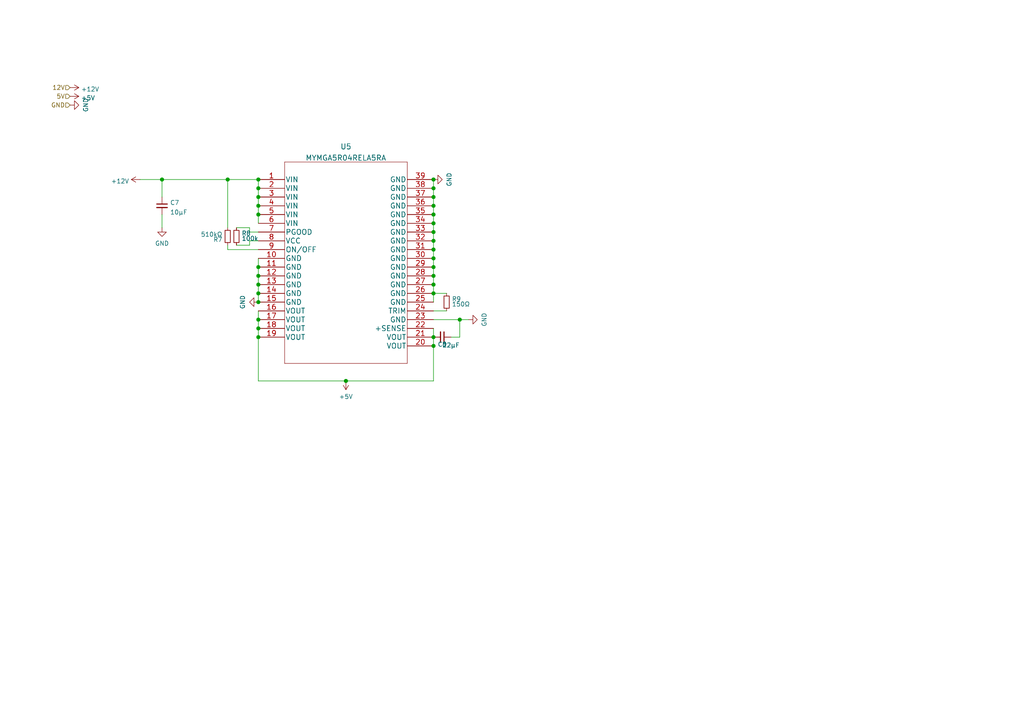
<source format=kicad_sch>
(kicad_sch (version 20211123) (generator eeschema)
  (paper "A4")
  (lib_symbols
    (symbol "Device:C_Small" (pin_numbers hide) (pin_names (offset 0.254) hide)
      (property "Reference" "C" (at 0.254 1.778 0))
      (property "Value" "C_Small" (at 0.254 -2.032 0))
      (symbol "C_Small_0_1"
        (polyline (pts (xy -1.524 -0.508) (xy 1.524 -0.508)) (stroke (width 0.3302)))
        (polyline (pts (xy -1.524 0.508) (xy 1.524 0.508)) (stroke (width 0.3048)))
      )
      (symbol "C_Small_1_1"
        (pin passive line (at 0 2.54 270) (length 2.032) (name "~") (number "1"))
        (pin passive line (at 0 -2.54 90) (length 2.032) (name "~") (number "2"))
      )
    )
    (symbol "Device:R_Small" (pin_numbers hide) (pin_names (offset 0.254) hide)
      (property "Reference" "R" (at 0.762 0.508 0))
      (property "Value" "R_Small" (at 0.762 -1.016 0))
      (symbol "R_Small_0_1"
        (rectangle (start -0.762 1.778) (end 0.762 -1.778) (stroke (width 0.2032)))
      )
      (symbol "R_Small_1_1"
        (pin passive line (at 0 2.54 270) (length 0.762) (name "~") (number "1"))
        (pin passive line (at 0 -2.54 90) (length 0.762) (name "~") (number "2"))
      )
    )
    (symbol "MYMGA5R04RELA5RA:MYMGA5R04RELA5RA" (pin_names (offset 0.254))
      (property "Reference" "U" (at 25.4 10.16 0))
      (property "Value" "MYMGA5R04RELA5RA" (at 25.4 7.62 0))
      (symbol "MYMGA5R04RELA5RA_1_1"
        (polyline (pts (xy 7.62 -53.34) (xy 43.18 -53.34)) (stroke (width 0.127)))
        (polyline (pts (xy 7.62 5.08) (xy 7.62 -53.34)) (stroke (width 0.127)))
        (polyline (pts (xy 43.18 -53.34) (xy 43.18 5.08)) (stroke (width 0.127)))
        (polyline (pts (xy 43.18 5.08) (xy 7.62 5.08)) (stroke (width 0.127)))
        (pin power_in line (at 0 0 0) (length 7.62) (name "VIN") (number "1"))
        (pin power_in line (at 0 -22.86 0) (length 7.62) (name "GND") (number "10"))
        (pin power_in line (at 0 -25.4 0) (length 7.62) (name "GND") (number "11"))
        (pin power_in line (at 0 -27.94 0) (length 7.62) (name "GND") (number "12"))
        (pin power_in line (at 0 -30.48 0) (length 7.62) (name "GND") (number "13"))
        (pin power_in line (at 0 -33.02 0) (length 7.62) (name "GND") (number "14"))
        (pin power_in line (at 0 -35.56 0) (length 7.62) (name "GND") (number "15"))
        (pin output line (at 0 -38.1 0) (length 7.62) (name "VOUT") (number "16"))
        (pin output line (at 0 -40.64 0) (length 7.62) (name "VOUT") (number "17"))
        (pin output line (at 0 -43.18 0) (length 7.62) (name "VOUT") (number "18"))
        (pin output line (at 0 -45.72 0) (length 7.62) (name "VOUT") (number "19"))
        (pin power_in line (at 0 -2.54 0) (length 7.62) (name "VIN") (number "2"))
        (pin output line (at 50.8 -48.26 180) (length 7.62) (name "VOUT") (number "20"))
        (pin output line (at 50.8 -45.72 180) (length 7.62) (name "VOUT") (number "21"))
        (pin unspecified line (at 50.8 -43.18 180) (length 7.62) (name "+SENSE") (number "22"))
        (pin power_in line (at 50.8 -40.64 180) (length 7.62) (name "GND") (number "23"))
        (pin unspecified line (at 50.8 -38.1 180) (length 7.62) (name "TRIM") (number "24"))
        (pin power_in line (at 50.8 -35.56 180) (length 7.62) (name "GND") (number "25"))
        (pin power_in line (at 50.8 -33.02 180) (length 7.62) (name "GND") (number "26"))
        (pin power_in line (at 50.8 -30.48 180) (length 7.62) (name "GND") (number "27"))
        (pin power_in line (at 50.8 -27.94 180) (length 7.62) (name "GND") (number "28"))
        (pin power_in line (at 50.8 -25.4 180) (length 7.62) (name "GND") (number "29"))
        (pin power_in line (at 0 -5.08 0) (length 7.62) (name "VIN") (number "3"))
        (pin power_in line (at 50.8 -22.86 180) (length 7.62) (name "GND") (number "30"))
        (pin power_in line (at 50.8 -20.32 180) (length 7.62) (name "GND") (number "31"))
        (pin power_in line (at 50.8 -17.78 180) (length 7.62) (name "GND") (number "32"))
        (pin power_in line (at 50.8 -15.24 180) (length 7.62) (name "GND") (number "33"))
        (pin power_in line (at 50.8 -12.7 180) (length 7.62) (name "GND") (number "34"))
        (pin power_in line (at 50.8 -10.16 180) (length 7.62) (name "GND") (number "35"))
        (pin power_in line (at 50.8 -7.62 180) (length 7.62) (name "GND") (number "36"))
        (pin power_in line (at 50.8 -5.08 180) (length 7.62) (name "GND") (number "37"))
        (pin power_in line (at 50.8 -2.54 180) (length 7.62) (name "GND") (number "38"))
        (pin power_in line (at 50.8 0 180) (length 7.62) (name "GND") (number "39"))
        (pin power_in line (at 0 -7.62 0) (length 7.62) (name "VIN") (number "4"))
        (pin power_in line (at 0 -10.16 0) (length 7.62) (name "VIN") (number "5"))
        (pin power_in line (at 0 -12.7 0) (length 7.62) (name "VIN") (number "6"))
        (pin unspecified line (at 0 -15.24 0) (length 7.62) (name "PGOOD") (number "7"))
        (pin power_in line (at 0 -17.78 0) (length 7.62) (name "VCC") (number "8"))
        (pin unspecified line (at 0 -20.32 0) (length 7.62) (name "ON/OFF") (number "9"))
      )
    )
    (symbol "power:+12V" (power) (pin_names (offset 0))
      (property "Value" "+12V" (at 0 3.556 0))
      (symbol "+12V_0_1"
        (polyline (pts (xy -0.762 1.27) (xy 0 2.54)))
        (polyline (pts (xy 0 0) (xy 0 2.54)))
        (polyline (pts (xy 0 2.54) (xy 0.762 1.27)))
      )
      (symbol "+12V_1_1"
        (pin power_in line (at 0 0 90) (length 0) hide (name "+12V") (number "1"))
      )
    )
    (symbol "power:+5V" (power) (pin_names (offset 0))
      (property "Value" "+5V" (at 0 3.556 0))
      (symbol "+5V_0_1"
        (polyline (pts (xy -0.762 1.27) (xy 0 2.54)))
        (polyline (pts (xy 0 0) (xy 0 2.54)))
        (polyline (pts (xy 0 2.54) (xy 0.762 1.27)))
      )
      (symbol "+5V_1_1"
        (pin power_in line (at 0 0 90) (length 0) hide (name "+5V") (number "1"))
      )
    )
    (symbol "power:GND" (power) (pin_names (offset 0))
      (property "Value" "GND" (at 0 -3.81 0))
      (symbol "GND_0_1"
        (polyline (pts (xy 0 0) (xy 0 -1.27) (xy 1.27 -1.27) (xy 0 -2.54) (xy -1.27 -1.27) (xy 0 -1.27)))
      )
      (symbol "GND_1_1"
        (pin power_in line (at 0 0 270) (length 0) hide (name "GND") (number "1"))
      )
    )
  )
  (junction (at 74.93 95.25) (diameter 1.016))
  (junction (at 125.73 54.61) (diameter 1.016))
  (junction (at 133.35 92.71) (diameter 1.016))
  (junction (at 125.73 62.23) (diameter 1.016))
  (junction (at 66.04 52.07) (diameter 1.016))
  (junction (at 125.73 67.31) (diameter 1.016))
  (junction (at 74.93 52.07) (diameter 1.016))
  (junction (at 125.73 59.69) (diameter 1.016))
  (junction (at 125.73 77.47) (diameter 1.016))
  (junction (at 125.73 57.15) (diameter 1.016))
  (junction (at 74.93 77.47) (diameter 1.016))
  (junction (at 125.73 64.77) (diameter 1.016))
  (junction (at 74.93 97.79) (diameter 1.016))
  (junction (at 125.73 85.09) (diameter 1.016))
  (junction (at 74.93 80.01) (diameter 1.016))
  (junction (at 74.93 82.55) (diameter 1.016))
  (junction (at 125.73 74.93) (diameter 1.016))
  (junction (at 74.93 85.09) (diameter 1.016))
  (junction (at 74.93 92.71) (diameter 1.016))
  (junction (at 125.73 80.01) (diameter 1.016))
  (junction (at 125.73 82.55) (diameter 1.016))
  (junction (at 125.73 69.85) (diameter 1.016))
  (junction (at 125.73 97.79) (diameter 1.016))
  (junction (at 100.33 110.49) (diameter 1.016))
  (junction (at 125.73 100.33) (diameter 1.016))
  (junction (at 74.93 57.15) (diameter 1.016))
  (junction (at 74.93 59.69) (diameter 1.016))
  (junction (at 74.93 54.61) (diameter 1.016))
  (junction (at 125.73 72.39) (diameter 1.016))
  (junction (at 46.99 52.07) (diameter 1.016))
  (junction (at 74.93 62.23) (diameter 1.016))
  (junction (at 125.73 52.07) (diameter 1.016))
  (junction (at 74.93 87.63) (diameter 1.016))
  (wire (pts (xy 66.04 52.07) (xy 66.04 66.04)))
  (wire (pts (xy 125.73 95.25) (xy 125.73 97.79)))
  (wire (pts (xy 125.73 85.09) (xy 129.54 85.09)))
  (wire (pts (xy 74.93 90.17) (xy 74.93 92.71)))
  (wire (pts (xy 74.93 92.71) (xy 74.93 95.25)))
  (wire (pts (xy 74.93 95.25) (xy 74.93 97.79)))
  (wire (pts (xy 40.64 52.07) (xy 46.99 52.07)))
  (wire (pts (xy 46.99 52.07) (xy 66.04 52.07)))
  (wire (pts (xy 66.04 52.07) (xy 74.93 52.07)))
  (wire (pts (xy 68.58 71.12) (xy 72.39 71.12)))
  (wire (pts (xy 72.39 69.85) (xy 74.93 69.85)))
  (wire (pts (xy 72.39 71.12) (xy 72.39 69.85)))
  (wire (pts (xy 68.58 66.04) (xy 72.39 66.04)))
  (wire (pts (xy 72.39 66.04) (xy 72.39 67.31)))
  (wire (pts (xy 72.39 67.31) (xy 74.93 67.31)))
  (wire (pts (xy 125.73 92.71) (xy 133.35 92.71)))
  (wire (pts (xy 133.35 92.71) (xy 135.89 92.71)))
  (wire (pts (xy 46.99 62.23) (xy 46.99 66.04)))
  (wire (pts (xy 74.93 74.93) (xy 74.93 77.47)))
  (wire (pts (xy 74.93 77.47) (xy 74.93 80.01)))
  (wire (pts (xy 74.93 80.01) (xy 74.93 82.55)))
  (wire (pts (xy 74.93 82.55) (xy 74.93 85.09)))
  (wire (pts (xy 74.93 85.09) (xy 74.93 87.63)))
  (wire (pts (xy 125.73 97.79) (xy 125.73 100.33)))
  (wire (pts (xy 74.93 52.07) (xy 74.93 54.61)))
  (wire (pts (xy 74.93 54.61) (xy 74.93 57.15)))
  (wire (pts (xy 74.93 57.15) (xy 74.93 59.69)))
  (wire (pts (xy 74.93 59.69) (xy 74.93 62.23)))
  (wire (pts (xy 74.93 62.23) (xy 74.93 64.77)))
  (wire (pts (xy 130.81 97.79) (xy 133.35 97.79)))
  (wire (pts (xy 133.35 97.79) (xy 133.35 92.71)))
  (wire (pts (xy 74.93 97.79) (xy 74.93 110.49)))
  (wire (pts (xy 74.93 110.49) (xy 100.33 110.49)))
  (wire (pts (xy 125.73 52.07) (xy 125.73 54.61)))
  (wire (pts (xy 125.73 54.61) (xy 125.73 57.15)))
  (wire (pts (xy 125.73 57.15) (xy 125.73 59.69)))
  (wire (pts (xy 125.73 59.69) (xy 125.73 62.23)))
  (wire (pts (xy 125.73 62.23) (xy 125.73 64.77)))
  (wire (pts (xy 125.73 64.77) (xy 125.73 67.31)))
  (wire (pts (xy 125.73 67.31) (xy 125.73 69.85)))
  (wire (pts (xy 125.73 69.85) (xy 125.73 72.39)))
  (wire (pts (xy 125.73 72.39) (xy 125.73 74.93)))
  (wire (pts (xy 125.73 74.93) (xy 125.73 77.47)))
  (wire (pts (xy 125.73 77.47) (xy 125.73 80.01)))
  (wire (pts (xy 125.73 80.01) (xy 125.73 82.55)))
  (wire (pts (xy 125.73 82.55) (xy 125.73 85.09)))
  (wire (pts (xy 125.73 85.09) (xy 125.73 87.63)))
  (wire (pts (xy 46.99 52.07) (xy 46.99 57.15)))
  (wire (pts (xy 66.04 71.12) (xy 66.04 72.39)))
  (wire (pts (xy 66.04 72.39) (xy 74.93 72.39)))
  (wire (pts (xy 125.73 90.17) (xy 129.54 90.17)))
  (wire (pts (xy 125.73 100.33) (xy 125.73 110.49)))
  (wire (pts (xy 125.73 110.49) (xy 100.33 110.49)))
  (hierarchical_label "5V" (shape input) (at 20.32 27.94 180))
  (hierarchical_label "GND" (shape input) (at 20.32 30.48 180))
  (hierarchical_label "12V" (shape input) (at 20.32 25.4 180))
  (symbol (lib_id "MYMGA5R04RELA5RA:MYMGA5R04RELA5RA") (at 74.93 52.07 0) (unit 1)
    (property "Reference" "U5" (at 100.33 42.5225 0) (effects (font (size 1.524 1.524))))
    (property "Value" "MYMGA5R04RELA5RA" (at 100.33 45.8015 0) (effects (font (size 1.524 1.524))))
    (property "Footprint" "MYMGA5R04RELA5RA:MYMGA5R04RELA5RA" (effects hide))
  )
  (symbol (lib_id "power:GND") (at 125.73 52.07 90) (unit 1)
    (property "Reference" "#PWR0115" (effects hide))
    (property "Value" "GND" (at 130.2926 52.07 0))
  )
  (symbol (lib_id "Device:C_Small") (at 46.99 59.69 0) (unit 1)
    (property "Reference" "C7" (at 49.3142 58.7815 0) (effects (justify left)))
    (property "Value" "10μF" (at 49.3142 61.5566 0) (effects (justify left)))
    (property "Footprint" "Capacitor_SMD:C_0603_1608Metric" (effects hide))
  )
  (symbol (lib_id "Device:C_Small") (at 128.27 97.79 270) (unit 1)
    (property "Reference" "C8" (at 128.27 99.8813 90))
    (property "Value" "22μF" (at 130.81 100.1164 90))
    (property "Footprint" "Capacitor_SMD:C_0603_1608Metric" (effects hide))
  )
  (symbol (lib_id "power:GND") (at 74.93 87.63 270) (unit 1)
    (property "Reference" "#PWR0116" (effects hide))
    (property "Value" "GND" (at 70.3674 87.63 0))
  )
  (symbol (lib_id "Device:R_Small") (at 68.58 68.58 0) (unit 1)
    (property "Reference" "R8" (at 70.0787 67.6715 0) (effects (justify left)))
    (property "Value" "100k" (at 70.0787 69.1766 0) (effects (justify left)))
    (property "Footprint" "Resistor_SMD:R_0603_1608Metric" (effects hide))
  )
  (symbol (lib_id "power:GND") (at 20.32 30.48 90) (unit 1)
    (property "Reference" "#PWR0119" (effects hide))
    (property "Value" "GND" (at 24.8826 30.48 0))
  )
  (symbol (lib_id "power:+5V") (at 20.32 27.94 270) (unit 1)
    (property "Reference" "#PWR0118" (effects hide))
    (property "Value" "+5V" (at 23.4951 28.419 90) (effects (justify left)))
  )
  (symbol (lib_id "Device:R_Small") (at 66.04 68.58 180) (unit 1)
    (property "Reference" "R7" (at 64.5413 69.4885 0) (effects (justify left)))
    (property "Value" "510kΩ" (at 64.5413 67.9834 0) (effects (justify left)))
    (property "Footprint" "Resistor_SMD:R_0603_1608Metric" (effects hide))
  )
  (symbol (lib_id "power:GND") (at 135.89 92.71 90) (unit 1)
    (property "Reference" "#PWR0123" (effects hide))
    (property "Value" "GND" (at 140.4526 92.71 0))
  )
  (symbol (lib_id "power:GND") (at 46.99 66.04 0) (unit 1)
    (property "Reference" "#PWR0120" (effects hide))
    (property "Value" "GND" (at 46.99 70.6026 0))
  )
  (symbol (lib_id "power:+12V") (at 20.32 25.4 270) (unit 1)
    (property "Reference" "#PWR0117" (effects hide))
    (property "Value" "+12V" (at 23.4951 25.879 90) (effects (justify left)))
  )
  (symbol (lib_id "Device:R_Small") (at 129.54 87.63 0) (unit 1)
    (property "Reference" "R9" (at 131.0387 86.7215 0) (effects (justify left)))
    (property "Value" "150Ω" (at 131.0387 88.2266 0) (effects (justify left)))
    (property "Footprint" "Resistor_SMD:R_0603_1608Metric" (effects hide))
  )
  (symbol (lib_id "power:+12V") (at 40.64 52.07 90) (unit 1)
    (property "Reference" "#PWR0121" (effects hide))
    (property "Value" "+12V" (at 37.4649 52.549 90) (effects (justify left)))
  )
  (symbol (lib_id "power:+5V") (at 100.33 110.49 180) (unit 1)
    (property "Reference" "#PWR0122" (effects hide))
    (property "Value" "+5V" (at 100.33 115.0526 0))
  )
)
</source>
